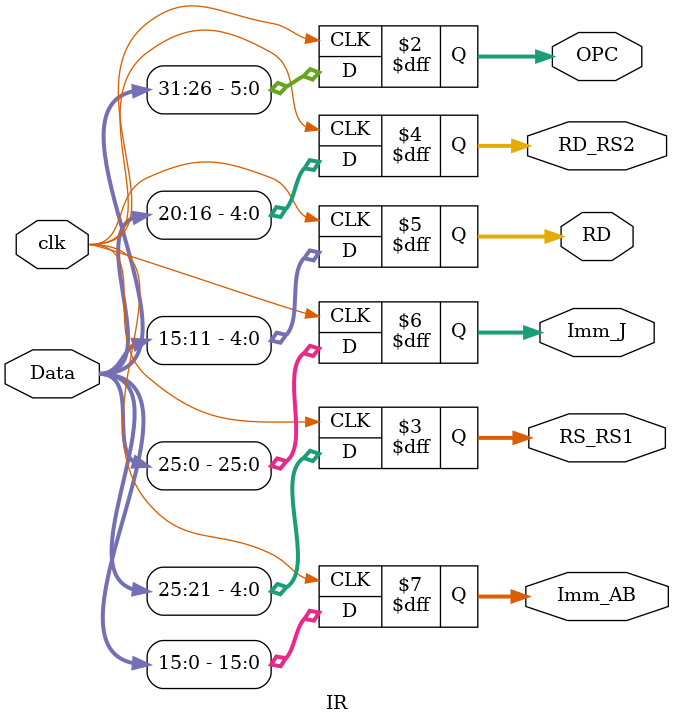
<source format=v>
`timescale 1ns / 1ps


module IR(
    output reg[5:0] OPC,
    output reg[4:0] RS_RS1,
    output reg[4:0] RD_RS2,
    output reg[4:0] RD,
    output reg[25:0] Imm_J,     // immediate value for jump
    output reg[15:0] Imm_AB,    // immediate value for ALU or branch
    input [31:0] Data,
    input clk
    );
    always@(posedge clk)
    begin
        OPC <= Data[31:26];
        RS_RS1 <= Data[25:21];
        RD_RS2 <= Data[20:16];
        RD <= Data[15:11];
        Imm_J <= Data[25:0];
        Imm_AB <= Data[15:0];
    end
endmodule

</source>
